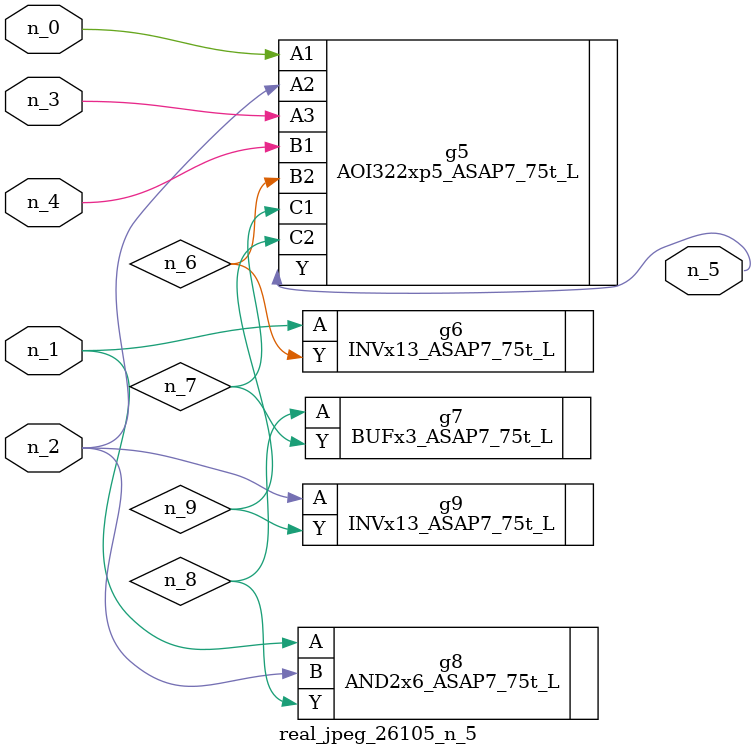
<source format=v>
module real_jpeg_26105_n_5 (n_4, n_0, n_1, n_2, n_3, n_5);

input n_4;
input n_0;
input n_1;
input n_2;
input n_3;

output n_5;

wire n_8;
wire n_6;
wire n_7;
wire n_9;

AOI322xp5_ASAP7_75t_L g5 ( 
.A1(n_0),
.A2(n_2),
.A3(n_3),
.B1(n_4),
.B2(n_6),
.C1(n_7),
.C2(n_9),
.Y(n_5)
);

INVx13_ASAP7_75t_L g6 ( 
.A(n_1),
.Y(n_6)
);

AND2x6_ASAP7_75t_L g8 ( 
.A(n_1),
.B(n_2),
.Y(n_8)
);

INVx13_ASAP7_75t_L g9 ( 
.A(n_2),
.Y(n_9)
);

BUFx3_ASAP7_75t_L g7 ( 
.A(n_8),
.Y(n_7)
);


endmodule
</source>
